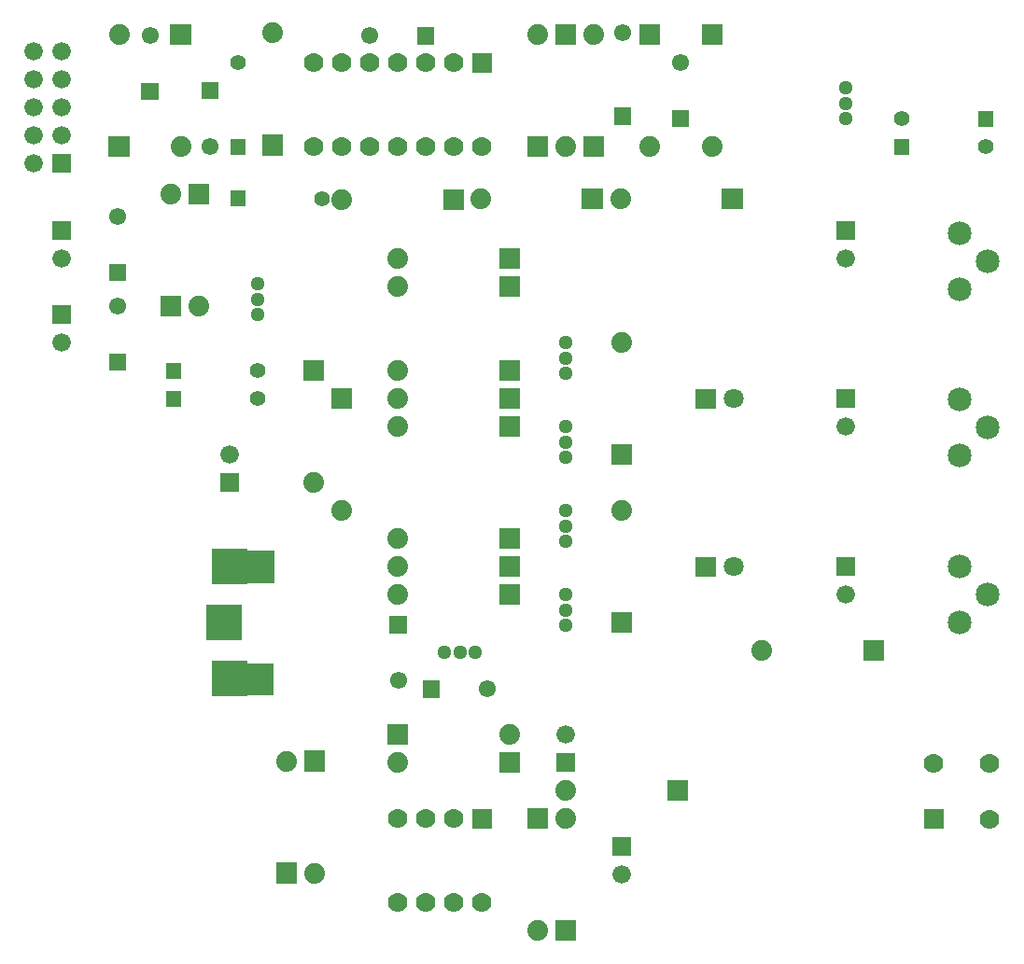
<source format=gbs>
G04 start of page 7 for group -4062 idx -4062 *
G04 Title: (unknown), soldermask *
G04 Creator: pcb 20110918 *
G04 CreationDate: Mon 01 Sep 2014 06:58:51 GMT UTC *
G04 For: ksarkies *
G04 Format: Gerber/RS-274X *
G04 PCB-Dimensions: 390000 390000 *
G04 PCB-Coordinate-Origin: lower left *
%MOIN*%
%FSLAX25Y25*%
%LNBOTTOMMASK*%
%ADD90C,0.0710*%
%ADD89C,0.0610*%
%ADD88C,0.0560*%
%ADD87C,0.0700*%
%ADD86C,0.0850*%
%ADD85C,0.0660*%
%ADD84C,0.0510*%
%ADD83C,0.0740*%
%ADD82C,0.0001*%
G54D82*G36*
X196300Y263700D02*Y256300D01*
X203700D01*
Y263700D01*
X196300D01*
G37*
G54D83*X160000Y260000D03*
G54D82*G36*
X196300Y273700D02*Y266300D01*
X203700D01*
Y273700D01*
X196300D01*
G37*
G54D83*X160000Y270000D03*
G54D84*X320000Y320000D03*
G54D82*G36*
X257950Y323050D02*Y316950D01*
X264050D01*
Y323050D01*
X257950D01*
G37*
G36*
X237350Y323950D02*Y317850D01*
X243450D01*
Y323950D01*
X237350D01*
G37*
G54D84*X320000Y325500D03*
G54D82*G36*
X316700Y283300D02*Y276700D01*
X323300D01*
Y283300D01*
X316700D01*
G37*
G54D85*X320000Y270000D03*
G54D86*X360600Y279000D03*
X370600Y269000D03*
X360600Y259000D03*
G54D87*X170000Y310000D03*
G54D83*X139900Y291200D03*
G54D87*X180000Y310000D03*
G54D82*G36*
X225800Y295200D02*Y287800D01*
X233200D01*
Y295200D01*
X225800D01*
G37*
G54D83*X189500Y291500D03*
G54D82*G36*
X275800Y295200D02*Y287800D01*
X283200D01*
Y295200D01*
X275800D01*
G37*
G54D83*X239500Y291500D03*
G54D82*G36*
X176200Y294900D02*Y287500D01*
X183600D01*
Y294900D01*
X176200D01*
G37*
G54D87*X190000Y310000D03*
G54D83*X272450Y310200D03*
X220000Y310000D03*
G54D82*G36*
X226300Y313700D02*Y306300D01*
X233700D01*
Y313700D01*
X226300D01*
G37*
G54D83*X250000Y310000D03*
G54D82*G36*
X337200Y312800D02*Y307200D01*
X342800D01*
Y312800D01*
X337200D01*
G37*
G54D88*X370000Y310000D03*
G54D82*G36*
X367200Y322800D02*Y317200D01*
X372800D01*
Y322800D01*
X367200D01*
G37*
G54D88*X340000Y320000D03*
G54D82*G36*
X268750Y353900D02*Y346500D01*
X276150D01*
Y353900D01*
X268750D01*
G37*
G54D89*X261000Y340000D03*
G54D83*X210000Y350000D03*
G54D82*G36*
X186500Y343500D02*Y336500D01*
X193500D01*
Y343500D01*
X186500D01*
G37*
G36*
X166950Y352650D02*Y346550D01*
X173050D01*
Y352650D01*
X166950D01*
G37*
G54D89*X150000Y349600D03*
G54D88*X103000Y340000D03*
G54D84*X320000Y331000D03*
G54D82*G36*
X89950Y333050D02*Y326950D01*
X96050D01*
Y333050D01*
X89950D01*
G37*
G36*
X216300Y353700D02*Y346300D01*
X223700D01*
Y353700D01*
X216300D01*
G37*
G54D83*X230000Y350000D03*
G54D82*G36*
X246300Y353700D02*Y346300D01*
X253700D01*
Y353700D01*
X246300D01*
G37*
G54D89*X240400Y350900D03*
G54D82*G36*
X206300Y313700D02*Y306300D01*
X213700D01*
Y313700D01*
X206300D01*
G37*
G36*
X100200Y312800D02*Y307200D01*
X105800D01*
Y312800D01*
X100200D01*
G37*
G36*
X111600Y314300D02*Y306900D01*
X119000D01*
Y314300D01*
X111600D01*
G37*
G54D83*X115300Y350600D03*
G54D82*G36*
X326300Y133700D02*Y126300D01*
X333700D01*
Y133700D01*
X326300D01*
G37*
G54D83*X290000Y130000D03*
G54D84*X220000Y150000D03*
Y144500D03*
Y139000D03*
G54D82*G36*
X236300Y143700D02*Y136300D01*
X243700D01*
Y143700D01*
X236300D01*
G37*
G36*
X316700Y163300D02*Y156700D01*
X323300D01*
Y163300D01*
X316700D01*
G37*
G54D86*X360500Y160200D03*
G54D85*X320000Y150000D03*
G54D86*X370500Y150200D03*
X360500Y140200D03*
G54D84*X220000Y180000D03*
Y210000D03*
Y204500D03*
Y199000D03*
G54D82*G36*
X236300Y203700D02*Y196300D01*
X243700D01*
Y203700D01*
X236300D01*
G37*
G54D83*X240000Y240000D03*
G54D84*X220000Y174500D03*
Y240000D03*
Y234500D03*
Y229000D03*
G54D82*G36*
X266450Y223550D02*Y216450D01*
X273550D01*
Y223550D01*
X266450D01*
G37*
G54D90*X280000Y220000D03*
G54D83*X240000Y180000D03*
G54D82*G36*
X316700Y223300D02*Y216700D01*
X323300D01*
Y223300D01*
X316700D01*
G37*
G54D86*X360800Y219800D03*
G54D85*X320000Y210000D03*
G54D86*X370800Y209800D03*
X360800Y199800D03*
G54D82*G36*
X236700Y63300D02*Y56700D01*
X243300D01*
Y63300D01*
X236700D01*
G37*
G36*
X256300Y83700D02*Y76300D01*
X263700D01*
Y83700D01*
X256300D01*
G37*
G54D85*X240000Y50000D03*
G54D82*G36*
X206300Y73700D02*Y66300D01*
X213700D01*
Y73700D01*
X206300D01*
G37*
G36*
X216700Y93300D02*Y86700D01*
X223300D01*
Y93300D01*
X216700D01*
G37*
G54D85*X220000Y100000D03*
G54D83*Y80000D03*
G54D82*G36*
X347900Y73400D02*Y66400D01*
X354900D01*
Y73400D01*
X347900D01*
G37*
G54D87*X371400Y69900D03*
X351400Y89900D03*
X371400D03*
X180000Y340000D03*
X170000D03*
X160000D03*
X150000D03*
X140000D03*
X130000D03*
Y310000D03*
G54D88*X133000Y291500D03*
G54D87*X140000Y310000D03*
X150000D03*
X160000D03*
G54D84*X110000Y250000D03*
Y255500D03*
Y261000D03*
G54D82*G36*
X78800Y353700D02*Y346300D01*
X86200D01*
Y353700D01*
X78800D01*
G37*
G54D83*X60500Y350000D03*
G54D89*X71500Y349800D03*
G54D82*G36*
X75300Y256700D02*Y249300D01*
X82700D01*
Y256700D01*
X75300D01*
G37*
G54D89*X93000Y310000D03*
G54D82*G36*
X100200Y294300D02*Y288700D01*
X105800D01*
Y294300D01*
X100200D01*
G37*
G36*
X85300Y296700D02*Y289300D01*
X92700D01*
Y296700D01*
X85300D01*
G37*
G54D83*X89000Y253000D03*
X79000Y293000D03*
G54D89*X60000Y285000D03*
Y253000D03*
G54D82*G36*
X36700Y253300D02*Y246700D01*
X43300D01*
Y253300D01*
X36700D01*
G37*
G54D85*X40000Y270000D03*
G54D82*G36*
X56950Y268050D02*Y261950D01*
X63050D01*
Y268050D01*
X56950D01*
G37*
G54D83*X82500Y310000D03*
G54D82*G36*
X56800Y313700D02*Y306300D01*
X64200D01*
Y313700D01*
X56800D01*
G37*
G36*
X68450Y332850D02*Y326750D01*
X74550D01*
Y332850D01*
X68450D01*
G37*
G36*
X36700Y283300D02*Y276700D01*
X43300D01*
Y283300D01*
X36700D01*
G37*
G36*
Y307300D02*Y300700D01*
X43300D01*
Y307300D01*
X36700D01*
G37*
G54D85*X30000Y304000D03*
X40000Y314000D03*
X30000D03*
X40000Y324000D03*
X30000D03*
X40000Y334000D03*
X30000D03*
X40000Y344000D03*
X30000D03*
G54D83*X160000Y170000D03*
Y150000D03*
Y90000D03*
G54D82*G36*
X156300Y103700D02*Y96300D01*
X163700D01*
Y103700D01*
X156300D01*
G37*
G36*
X157150Y142350D02*Y136250D01*
X163250D01*
Y142350D01*
X157150D01*
G37*
G54D89*X160200Y119300D03*
G54D82*G36*
X196300Y153700D02*Y146300D01*
X203700D01*
Y153700D01*
X196300D01*
G37*
G54D84*X187800Y129400D03*
X182300D03*
X176800D03*
G54D82*G36*
X169050Y119350D02*Y113250D01*
X175150D01*
Y119350D01*
X169050D01*
G37*
G54D89*X192100Y116300D03*
G54D82*G36*
X196300Y93700D02*Y86300D01*
X203700D01*
Y93700D01*
X196300D01*
G37*
G36*
X186500Y73500D02*Y66500D01*
X193500D01*
Y73500D01*
X186500D01*
G37*
G54D83*X200000Y100000D03*
G54D87*X160000Y70000D03*
G54D82*G36*
X126590Y94270D02*Y86870D01*
X133990D01*
Y94270D01*
X126590D01*
G37*
G54D83*X120290Y90570D03*
G54D82*G36*
X93700Y126300D02*Y113700D01*
X106300D01*
Y126300D01*
X93700D01*
G37*
G36*
X104550Y125350D02*Y114250D01*
X115650D01*
Y125350D01*
X104550D01*
G37*
G54D87*X160000Y40000D03*
G54D83*X130290Y50570D03*
G54D82*G36*
X116590Y54270D02*Y46870D01*
X123990D01*
Y54270D01*
X116590D01*
G37*
G54D83*X210000Y30000D03*
G54D87*X180000Y70000D03*
X170000D03*
Y40000D03*
X180000D03*
X190000D03*
G54D82*G36*
X216300Y33700D02*Y26300D01*
X223700D01*
Y33700D01*
X216300D01*
G37*
G54D83*X220000Y70000D03*
G54D82*G36*
X196300Y223700D02*Y216300D01*
X203700D01*
Y223700D01*
X196300D01*
G37*
G54D83*X160000Y220000D03*
G54D82*G36*
X196300Y213700D02*Y206300D01*
X203700D01*
Y213700D01*
X196300D01*
G37*
G54D83*X160000Y210000D03*
G54D82*G36*
X196300Y233700D02*Y226300D01*
X203700D01*
Y233700D01*
X196300D01*
G37*
G54D83*X160000Y230000D03*
G54D82*G36*
X56950Y236050D02*Y229950D01*
X63050D01*
Y236050D01*
X56950D01*
G37*
G54D85*X40000Y240000D03*
G54D82*G36*
X77200Y222800D02*Y217200D01*
X82800D01*
Y222800D01*
X77200D01*
G37*
G36*
Y232800D02*Y227200D01*
X82800D01*
Y232800D01*
X77200D01*
G37*
G54D88*X110000Y220000D03*
Y230000D03*
G54D82*G36*
X126300Y233700D02*Y226300D01*
X133700D01*
Y233700D01*
X126300D01*
G37*
G36*
X136300Y223700D02*Y216300D01*
X143700D01*
Y223700D01*
X136300D01*
G37*
G54D83*X130000Y190000D03*
X140000Y180000D03*
G54D82*G36*
X96700Y193300D02*Y186700D01*
X103300D01*
Y193300D01*
X96700D01*
G37*
G54D85*X100000Y200000D03*
G54D84*X220000Y169000D03*
G54D82*G36*
X196300Y163700D02*Y156300D01*
X203700D01*
Y163700D01*
X196300D01*
G37*
G54D83*X160000Y160000D03*
G54D82*G36*
X266450Y163550D02*Y156450D01*
X273550D01*
Y163550D01*
X266450D01*
G37*
G54D90*X280000Y160000D03*
G54D82*G36*
X196300Y173700D02*Y166300D01*
X203700D01*
Y173700D01*
X196300D01*
G37*
G36*
X91700Y146300D02*Y133700D01*
X104300D01*
Y146300D01*
X91700D01*
G37*
G36*
X93700Y166300D02*Y153700D01*
X106300D01*
Y166300D01*
X93700D01*
G37*
G36*
X104300Y165600D02*Y154000D01*
X115900D01*
Y165600D01*
X104300D01*
G37*
M02*

</source>
